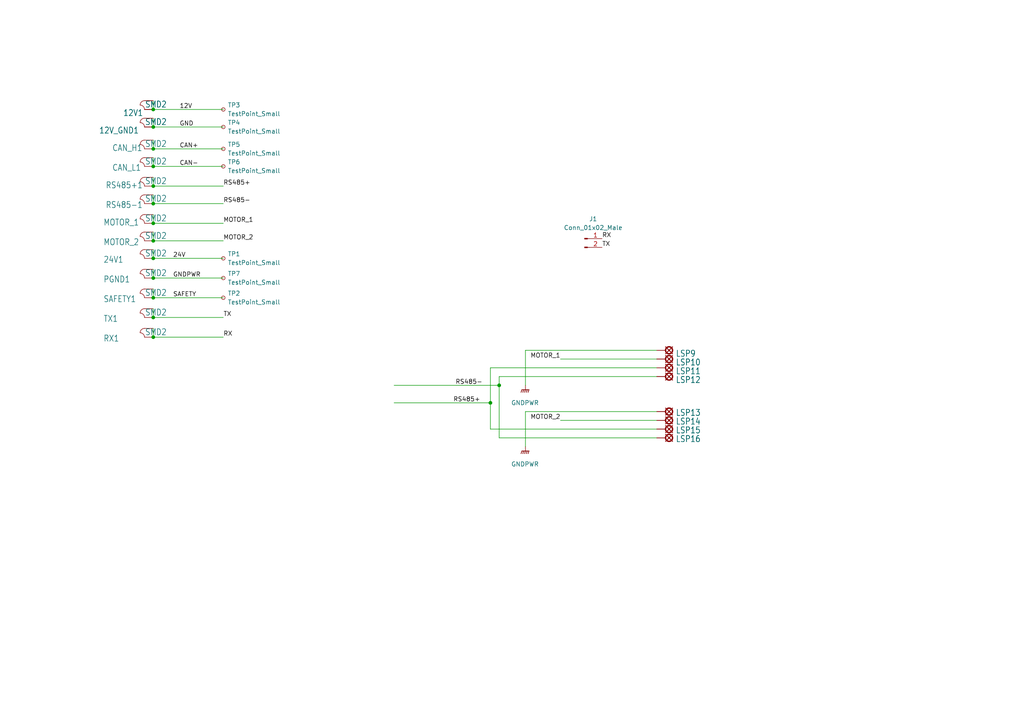
<source format=kicad_sch>
(kicad_sch (version 20210621) (generator eeschema)
  (paper "A4")
  (lib_symbols
    (symbol "Connector:Conn_01x02_Male" (pin_names (offset 1.016) hide)
      (property "Reference" "J" (at 0 2.54 0))
      (property "Value" "Conn_01x02_Male" (at 0 -5.08 0))
      (symbol "Conn_01x02_Male_1_1"
        (polyline (pts (xy 1.27 -2.54) (xy 0.8636 -2.54)) (stroke (width 0.1524)))
        (polyline (pts (xy 1.27 0) (xy 0.8636 0)) (stroke (width 0.1524)))
        (rectangle (start 0.8636 -2.413) (end 0 -2.667) (stroke (width 0.1524)) (fill (type outline)))
        (rectangle (start 0.8636 0.127) (end 0 -0.127) (stroke (width 0.1524)) (fill (type outline)))
        (pin passive line (at 5.08 0 180) (length 3.81) (name "Pin_1") (number "1"))
        (pin passive line (at 5.08 -2.54 180) (length 3.81) (name "Pin_2") (number "2"))
      )
    )
    (symbol "Connector:TestPoint_Small" (pin_numbers hide) (pin_names (offset 0.762) hide)
      (property "Reference" "TP" (at 0 3.81 0))
      (property "Value" "TestPoint_Small" (at 0 2.032 0))
      (symbol "TestPoint_Small_0_1"
        (circle (center 0 0) (radius 0.508))
      )
      (symbol "TestPoint_Small_1_1"
        (pin passive line (at 0 0 90) (length 0) (name "1") (number "1"))
      )
    )
    (symbol "Gripper Connection Board-eagle-import:SE11"
      (property "Reference" "LSP" (at -1.27 2.921 0))
      (symbol "SE11_1_0"
        (polyline (pts (xy -1.016 0) (xy 1.016 2.032)) (stroke (width 0.254)))
        (polyline (pts (xy -1.016 2.032) (xy 1.016 0)) (stroke (width 0.254)))
        (circle (center 0 1.016) (radius 1.016) (stroke (width 0.4064)) (stroke (width 0.4064)))
        (pin passive line (at 0 -2.54 90) (length 2.54) (name "MP") (number "MP"))
      )
    )
    (symbol "Gripper Connection Board-eagle-import:SMD2"
      (property "Reference" "PAD" (at -1.27 0 0))
      (property "Value" "SMD2" (at -7.62 0 0))
      (symbol "SMD2_0_1"
        (arc (start 0 0) (mid 0.898 2.168) (end -1.27 1.27) (stroke (width 0.1524)))
        (arc (start 0 2.54) (mid -0.898 2.168) (end -1.27 1.27) (stroke (width 0.1524)))
      )
      (symbol "SMD2_1_0"
        (pin passive line (at 2.54 0 180) (length 2.54) (name "P") (number "1"))
        (pin passive line (at 2.54 2.54 180) (length 2.54) (name "P") (number "2"))
      )
    )
    (symbol "SMD2_10"
      (property "Reference" "PAD" (at -1.27 0 0))
      (property "Value" "SMD2_10" (at -7.62 0 0))
      (symbol "SMD2_10_0_1"
        (arc (start 0 0) (mid 0.898 2.168) (end -1.27 1.27) (stroke (width 0.1524)))
        (arc (start 0 2.54) (mid -0.898 2.168) (end -1.27 1.27) (stroke (width 0.1524)))
      )
      (symbol "SMD2_10_1_0"
        (pin passive line (at 2.54 0 180) (length 2.54) (name "P") (number "1"))
        (pin passive line (at 2.54 2.54 180) (length 2.54) (name "P") (number "2"))
      )
    )
    (symbol "SMD2_11"
      (property "Reference" "PAD" (at -1.27 0 0))
      (property "Value" "SMD2_11" (at -7.62 0 0))
      (symbol "SMD2_11_0_1"
        (arc (start 0 0) (mid 0.898 2.168) (end -1.27 1.27) (stroke (width 0.1524)))
        (arc (start 0 2.54) (mid -0.898 2.168) (end -1.27 1.27) (stroke (width 0.1524)))
      )
      (symbol "SMD2_11_1_0"
        (pin passive line (at 2.54 0 180) (length 2.54) (name "P") (number "1"))
        (pin passive line (at 2.54 2.54 180) (length 2.54) (name "P") (number "2"))
      )
    )
    (symbol "SMD2_12"
      (property "Reference" "PAD" (at -1.27 0 0))
      (property "Value" "SMD2_12" (at -7.62 0 0))
      (symbol "SMD2_12_0_1"
        (arc (start 0 0) (mid 0.898 2.168) (end -1.27 1.27) (stroke (width 0.1524)))
        (arc (start 0 2.54) (mid -0.898 2.168) (end -1.27 1.27) (stroke (width 0.1524)))
      )
      (symbol "SMD2_12_1_0"
        (pin passive line (at 2.54 0 180) (length 2.54) (name "P") (number "1"))
        (pin passive line (at 2.54 2.54 180) (length 2.54) (name "P") (number "2"))
      )
    )
    (symbol "SMD2_2"
      (property "Reference" "PAD" (at -1.27 0 0))
      (property "Value" "SMD2_2" (at -7.62 0 0))
      (symbol "SMD2_2_0_1"
        (arc (start 0 0) (mid 0.898 2.168) (end -1.27 1.27) (stroke (width 0.1524)))
        (arc (start 0 2.54) (mid -0.898 2.168) (end -1.27 1.27) (stroke (width 0.1524)))
      )
      (symbol "SMD2_2_1_0"
        (pin passive line (at 2.54 0 180) (length 2.54) (name "P") (number "1"))
        (pin passive line (at 2.54 2.54 180) (length 2.54) (name "P") (number "2"))
      )
    )
    (symbol "SMD2_3"
      (property "Reference" "PAD" (at -1.27 0 0))
      (property "Value" "SMD2_3" (at -7.62 0 0))
      (symbol "SMD2_3_0_1"
        (arc (start 0 0) (mid 0.898 2.168) (end -1.27 1.27) (stroke (width 0.1524)))
        (arc (start 0 2.54) (mid -0.898 2.168) (end -1.27 1.27) (stroke (width 0.1524)))
      )
      (symbol "SMD2_3_1_0"
        (pin passive line (at 2.54 0 180) (length 2.54) (name "P") (number "1"))
        (pin passive line (at 2.54 2.54 180) (length 2.54) (name "P") (number "2"))
      )
    )
    (symbol "SMD2_4"
      (property "Reference" "PAD" (at -1.27 0 0))
      (property "Value" "SMD2_4" (at -7.62 0 0))
      (symbol "SMD2_4_0_1"
        (arc (start 0 0) (mid 0.898 2.168) (end -1.27 1.27) (stroke (width 0.1524)))
        (arc (start 0 2.54) (mid -0.898 2.168) (end -1.27 1.27) (stroke (width 0.1524)))
      )
      (symbol "SMD2_4_1_0"
        (pin passive line (at 2.54 0 180) (length 2.54) (name "P") (number "1"))
        (pin passive line (at 2.54 2.54 180) (length 2.54) (name "P") (number "2"))
      )
    )
    (symbol "SMD2_5"
      (property "Reference" "PAD" (at -1.27 0 0))
      (property "Value" "SMD2_5" (at -7.62 0 0))
      (symbol "SMD2_5_0_1"
        (arc (start 0 0) (mid 0.898 2.168) (end -1.27 1.27) (stroke (width 0.1524)))
        (arc (start 0 2.54) (mid -0.898 2.168) (end -1.27 1.27) (stroke (width 0.1524)))
      )
      (symbol "SMD2_5_1_0"
        (pin passive line (at 2.54 0 180) (length 2.54) (name "P") (number "1"))
        (pin passive line (at 2.54 2.54 180) (length 2.54) (name "P") (number "2"))
      )
    )
    (symbol "SMD2_6"
      (property "Reference" "PAD" (at -1.27 0 0))
      (property "Value" "SMD2_6" (at -7.62 0 0))
      (symbol "SMD2_6_0_1"
        (arc (start 0 0) (mid 0.898 2.168) (end -1.27 1.27) (stroke (width 0.1524)))
        (arc (start 0 2.54) (mid -0.898 2.168) (end -1.27 1.27) (stroke (width 0.1524)))
      )
      (symbol "SMD2_6_1_0"
        (pin passive line (at 2.54 0 180) (length 2.54) (name "P") (number "1"))
        (pin passive line (at 2.54 2.54 180) (length 2.54) (name "P") (number "2"))
      )
    )
    (symbol "SMD2_7"
      (property "Reference" "PAD" (at -1.27 0 0))
      (property "Value" "SMD2_7" (at -7.62 0 0))
      (symbol "SMD2_7_0_1"
        (arc (start 0 0) (mid 0.898 2.168) (end -1.27 1.27) (stroke (width 0.1524)))
        (arc (start 0 2.54) (mid -0.898 2.168) (end -1.27 1.27) (stroke (width 0.1524)))
      )
      (symbol "SMD2_7_1_0"
        (pin passive line (at 2.54 0 180) (length 2.54) (name "P") (number "1"))
        (pin passive line (at 2.54 2.54 180) (length 2.54) (name "P") (number "2"))
      )
    )
    (symbol "SMD2_8"
      (property "Reference" "PAD" (at -1.27 0 0))
      (property "Value" "SMD2_8" (at -7.62 0 0))
      (symbol "SMD2_8_0_1"
        (arc (start 0 0) (mid 0.898 2.168) (end -1.27 1.27) (stroke (width 0.1524)))
        (arc (start 0 2.54) (mid -0.898 2.168) (end -1.27 1.27) (stroke (width 0.1524)))
      )
      (symbol "SMD2_8_1_0"
        (pin passive line (at 2.54 0 180) (length 2.54) (name "P") (number "1"))
        (pin passive line (at 2.54 2.54 180) (length 2.54) (name "P") (number "2"))
      )
    )
    (symbol "SMD2_9"
      (property "Reference" "PAD" (at -1.27 0 0))
      (property "Value" "SMD2_9" (at -7.62 0 0))
      (symbol "SMD2_9_0_1"
        (arc (start 0 0) (mid 0.898 2.168) (end -1.27 1.27) (stroke (width 0.1524)))
        (arc (start 0 2.54) (mid -0.898 2.168) (end -1.27 1.27) (stroke (width 0.1524)))
      )
      (symbol "SMD2_9_1_0"
        (pin passive line (at 2.54 0 180) (length 2.54) (name "P") (number "1"))
        (pin passive line (at 2.54 2.54 180) (length 2.54) (name "P") (number "2"))
      )
    )
    (symbol "power:GNDPWR" (power) (pin_names (offset 0))
      (property "Value" "GNDPWR" (at 0 -3.302 0))
      (symbol "GNDPWR_0_1"
        (polyline (pts (xy 0 -1.27) (xy 0 0)))
        (polyline (pts (xy -1.016 -1.27) (xy -1.27 -2.032) (xy -1.27 -2.032)) (stroke (width 0.2032)))
        (polyline (pts (xy -0.508 -1.27) (xy -0.762 -2.032) (xy -0.762 -2.032)) (stroke (width 0.2032)))
        (polyline (pts (xy 0 -1.27) (xy -0.254 -2.032) (xy -0.254 -2.032)) (stroke (width 0.2032)))
        (polyline (pts (xy 0.508 -1.27) (xy 0.254 -2.032) (xy 0.254 -2.032)) (stroke (width 0.2032)))
        (polyline (pts (xy 1.016 -1.27) (xy -1.016 -1.27) (xy -1.016 -1.27)) (stroke (width 0.2032)))
        (polyline (pts (xy 1.016 -1.27) (xy 0.762 -2.032) (xy 0.762 -2.032) (xy 0.762 -2.032)) (stroke (width 0.2032)))
      )
      (symbol "GNDPWR_1_1"
        (pin power_in line (at 0 0 270) (length 0) hide (name "GNDPWR") (number "1"))
      )
    )
  )
  (junction (at 44.45 31.75))
  (junction (at 44.45 36.83))
  (junction (at 44.45 43.18))
  (junction (at 44.45 48.26))
  (junction (at 44.45 53.975))
  (junction (at 44.45 59.055))
  (junction (at 44.45 64.77))
  (junction (at 44.45 69.85))
  (junction (at 44.45 74.93))
  (junction (at 44.45 80.645))
  (junction (at 44.45 86.36))
  (junction (at 44.45 92.075))
  (junction (at 44.45 97.79))
  (junction (at 142.24 116.84))
  (junction (at 144.78 111.76))
  (wire (pts (xy 44.45 29.21) (xy 44.45 31.75)))
  (wire (pts (xy 44.45 31.75) (xy 64.77 31.75)))
  (wire (pts (xy 44.45 34.29) (xy 44.45 36.83)))
  (wire (pts (xy 44.45 36.83) (xy 64.77 36.83)))
  (wire (pts (xy 44.45 40.64) (xy 44.45 43.18)))
  (wire (pts (xy 44.45 43.18) (xy 64.77 43.18)))
  (wire (pts (xy 44.45 45.72) (xy 44.45 48.26)))
  (wire (pts (xy 44.45 48.26) (xy 64.77 48.26)))
  (wire (pts (xy 44.45 51.435) (xy 44.45 53.975)))
  (wire (pts (xy 44.45 53.975) (xy 64.77 53.975)))
  (wire (pts (xy 44.45 56.515) (xy 44.45 59.055)))
  (wire (pts (xy 44.45 59.055) (xy 64.77 59.055)))
  (wire (pts (xy 44.45 62.23) (xy 44.45 64.77)))
  (wire (pts (xy 44.45 64.77) (xy 64.77 64.77)))
  (wire (pts (xy 44.45 67.31) (xy 44.45 69.85)))
  (wire (pts (xy 44.45 69.85) (xy 64.77 69.85)))
  (wire (pts (xy 44.45 72.39) (xy 44.45 74.93)))
  (wire (pts (xy 44.45 74.93) (xy 64.77 74.93)))
  (wire (pts (xy 44.45 78.105) (xy 44.45 80.645)))
  (wire (pts (xy 44.45 80.645) (xy 64.77 80.645)))
  (wire (pts (xy 44.45 83.82) (xy 44.45 86.36)))
  (wire (pts (xy 44.45 86.36) (xy 64.7624 86.36)))
  (wire (pts (xy 44.45 89.535) (xy 44.45 92.075)))
  (wire (pts (xy 44.45 92.075) (xy 64.77 92.075)))
  (wire (pts (xy 44.45 95.25) (xy 44.45 97.79)))
  (wire (pts (xy 44.45 97.79) (xy 64.77 97.79)))
  (wire (pts (xy 114.3 111.76) (xy 144.78 111.76)))
  (wire (pts (xy 114.3 116.84) (xy 142.24 116.84)))
  (wire (pts (xy 142.24 106.68) (xy 190.5 106.68)))
  (wire (pts (xy 142.24 116.84) (xy 142.24 106.68)))
  (wire (pts (xy 142.24 116.84) (xy 142.24 124.46)))
  (wire (pts (xy 142.24 124.46) (xy 190.5 124.46)))
  (wire (pts (xy 144.78 109.22) (xy 190.5 109.22)))
  (wire (pts (xy 144.78 111.76) (xy 144.78 109.22)))
  (wire (pts (xy 144.78 111.76) (xy 144.78 127)))
  (wire (pts (xy 144.78 127) (xy 190.5 127)))
  (wire (pts (xy 152.4 101.6) (xy 190.5 101.6)))
  (wire (pts (xy 152.4 111.76) (xy 152.4 101.6)))
  (wire (pts (xy 152.4 119.38) (xy 152.4 129.54)))
  (wire (pts (xy 152.4 119.38) (xy 190.5 119.38)))
  (wire (pts (xy 162.56 104.14) (xy 190.5 104.14)))
  (wire (pts (xy 162.56 121.92) (xy 190.5 121.92)))
  (label "24V" (at 50.165 74.93 0))
  (label "GNDPWR" (at 50.165 80.645 0))
  (label "SAFETY" (at 50.165 86.36 0))
  (label "12V" (at 52.07 31.75 0))
  (label "GND" (at 52.07 36.83 0))
  (label "CAN+" (at 52.07 43.18 0))
  (label "CAN-" (at 52.07 48.26 0))
  (label "RS485+" (at 64.77 53.975 0))
  (label "RS485-" (at 64.77 59.055 0))
  (label "MOTOR_1" (at 64.77 64.77 0))
  (label "MOTOR_2" (at 64.77 69.85 0))
  (label "TX" (at 64.77 92.075 0))
  (label "RX" (at 64.77 97.79 0))
  (label "RS485+" (at 131.445 116.84 0))
  (label "RS485-" (at 132.08 111.76 0))
  (label "MOTOR_1" (at 162.56 104.14 180))
  (label "MOTOR_2" (at 162.56 121.92 180))
  (label "RX" (at 174.625 69.215 0))
  (label "TX" (at 174.625 71.755 0))
  (symbol (lib_id "Connector:TestPoint_Small") (at 64.7624 86.36 0) (unit 1)
    (property "Reference" "TP2" (at 66.0324 85.0899 0) (effects (justify left)))
    (property "Value" "TestPoint_Small" (at 66.0324 87.6299 0) (effects (justify left)))
    (property "Footprint" "footprints:TestPoint_Pad_1.0x1.0mm" (effects hide))
  )
  (symbol (lib_id "Connector:TestPoint_Small") (at 64.77 31.75 0) (unit 1)
    (property "Reference" "TP3" (at 66.04 30.4799 0) (effects (justify left)))
    (property "Value" "TestPoint_Small" (at 66.04 33.0199 0) (effects (justify left)))
    (property "Footprint" "footprints:TestPoint_Pad_1.0x1.0mm" (effects hide))
  )
  (symbol (lib_id "Connector:TestPoint_Small") (at 64.77 36.83 0) (unit 1)
    (property "Reference" "TP4" (at 66.04 35.5599 0) (effects (justify left)))
    (property "Value" "TestPoint_Small" (at 66.04 38.0999 0) (effects (justify left)))
    (property "Footprint" "footprints:TestPoint_Pad_1.0x1.0mm" (effects hide))
  )
  (symbol (lib_id "Connector:TestPoint_Small") (at 64.77 43.18 0) (unit 1)
    (property "Reference" "TP5" (at 66.04 41.9099 0) (effects (justify left)))
    (property "Value" "TestPoint_Small" (at 66.04 44.4499 0) (effects (justify left)))
    (property "Footprint" "footprints:TestPoint_Pad_1.0x1.0mm" (effects hide))
  )
  (symbol (lib_id "Connector:TestPoint_Small") (at 64.77 48.26 0) (unit 1)
    (property "Reference" "TP6" (at 66.04 46.9899 0) (effects (justify left)))
    (property "Value" "TestPoint_Small" (at 66.04 49.5299 0) (effects (justify left)))
    (property "Footprint" "footprints:TestPoint_Pad_1.0x1.0mm" (effects hide))
  )
  (symbol (lib_id "Connector:TestPoint_Small") (at 64.77 74.93 0) (unit 1)
    (property "Reference" "TP1" (at 66.04 73.6599 0) (effects (justify left)))
    (property "Value" "TestPoint_Small" (at 66.04 76.1999 0) (effects (justify left)))
    (property "Footprint" "footprints:TestPoint_Pad_1.0x1.0mm" (effects hide))
  )
  (symbol (lib_id "Connector:TestPoint_Small") (at 64.77 80.645 0) (unit 1)
    (property "Reference" "TP7" (at 66.04 79.3749 0) (effects (justify left)))
    (property "Value" "TestPoint_Small" (at 66.04 81.9149 0) (effects (justify left)))
    (property "Footprint" "footprints:TestPoint_Pad_1.0x1.0mm" (effects hide))
  )
  (symbol (lib_id "power:GNDPWR") (at 152.4 111.76 0) (unit 1)
    (property "Reference" "#PWR0102" (effects hide))
    (property "Value" "GNDPWR" (at 152.273 116.84 0))
  )
  (symbol (lib_id "power:GNDPWR") (at 152.4 129.54 0) (unit 1)
    (property "Reference" "#PWR0101" (effects hide))
    (property "Value" "GNDPWR" (at 152.273 134.62 0))
  )
  (symbol (lib_id "Gripper Connection Board-eagle-import:SE11") (at 193.04 101.6 270) (unit 1)
    (property "Reference" "LSP9" (at 195.961 103.505 90) (effects (font (size 1.778 1.5113)) (justify left bottom)))
    (property "Value" "SE11" (effects hide))
    (property "Footprint" "Gripper Connection Board:SE11" (effects hide))
  )
  (symbol (lib_id "Gripper Connection Board-eagle-import:SE11") (at 193.04 104.14 270) (unit 1)
    (property "Reference" "LSP10" (at 195.961 106.045 90) (effects (font (size 1.778 1.5113)) (justify left bottom)))
    (property "Value" "SE11" (effects hide))
    (property "Footprint" "Gripper Connection Board:SE11" (effects hide))
  )
  (symbol (lib_id "Gripper Connection Board-eagle-import:SE11") (at 193.04 106.68 270) (unit 1)
    (property "Reference" "LSP11" (at 195.961 108.585 90) (effects (font (size 1.778 1.5113)) (justify left bottom)))
    (property "Value" "SE11" (effects hide))
    (property "Footprint" "Gripper Connection Board:SE11" (effects hide))
  )
  (symbol (lib_id "Gripper Connection Board-eagle-import:SE11") (at 193.04 109.22 270) (unit 1)
    (property "Reference" "LSP12" (at 195.961 111.125 90) (effects (font (size 1.778 1.5113)) (justify left bottom)))
    (property "Value" "SE11" (effects hide))
    (property "Footprint" "Gripper Connection Board:SE11" (effects hide))
  )
  (symbol (lib_id "Gripper Connection Board-eagle-import:SE11") (at 193.04 119.38 270) (unit 1)
    (property "Reference" "LSP13" (at 195.961 120.65 90) (effects (font (size 1.778 1.5113)) (justify left bottom)))
    (property "Value" "SE11" (effects hide))
    (property "Footprint" "Gripper Connection Board:SE11" (effects hide))
  )
  (symbol (lib_id "Gripper Connection Board-eagle-import:SE11") (at 193.04 121.92 270) (unit 1)
    (property "Reference" "LSP14" (at 195.961 123.19 90) (effects (font (size 1.778 1.5113)) (justify left bottom)))
    (property "Value" "SE11" (effects hide))
    (property "Footprint" "Gripper Connection Board:SE11" (effects hide))
  )
  (symbol (lib_id "Gripper Connection Board-eagle-import:SE11") (at 193.04 124.46 270) (unit 1)
    (property "Reference" "LSP15" (at 195.961 125.73 90) (effects (font (size 1.778 1.5113)) (justify left bottom)))
    (property "Value" "SE11" (effects hide))
    (property "Footprint" "Gripper Connection Board:SE11" (effects hide))
  )
  (symbol (lib_id "Gripper Connection Board-eagle-import:SE11") (at 193.04 127 270) (unit 1)
    (property "Reference" "LSP16" (at 195.961 128.27 90) (effects (font (size 1.778 1.5113)) (justify left bottom)))
    (property "Value" "SE11" (effects hide))
    (property "Footprint" "Gripper Connection Board:SE11" (effects hide))
  )
  (symbol (lib_id "Gripper Connection Board-eagle-import:SMD2") (at 41.91 31.75 0) (unit 1)
    (property "Reference" "12V1" (at 35.687 33.7058 0) (effects (font (size 1.778 1.5113)) (justify left bottom)))
    (property "Value" "SMD2" (at 42.037 31.242 0) (effects (font (size 1.778 1.5113)) (justify left bottom)))
    (property "Footprint" "Gripper Connection Board:SMD1,27-2,54" (effects hide))
  )
  (symbol (lib_id "Gripper Connection Board-eagle-import:SMD2") (at 41.91 36.83 0) (unit 1)
    (property "Reference" "12V_GND1" (at 28.702 38.7858 0) (effects (font (size 1.778 1.5113)) (justify left bottom)))
    (property "Value" "SMD2" (at 42.037 36.322 0) (effects (font (size 1.778 1.5113)) (justify left bottom)))
    (property "Footprint" "Gripper Connection Board:SMD1,27-2,54" (effects hide))
  )
  (symbol (lib_name "SMD2_11") (lib_id "Gripper Connection Board-eagle-import:SMD2") (at 41.91 43.18 0) (unit 1)
    (property "Reference" "CAN_H1" (at 32.512 43.8658 0) (effects (font (size 1.778 1.5113)) (justify left bottom)))
    (property "Value" "SMD2" (at 42.037 42.672 0) (effects (font (size 1.778 1.5113)) (justify left bottom)))
    (property "Footprint" "Gripper Connection Board:SMD1,27-2,54" (effects hide))
  )
  (symbol (lib_name "SMD2_12") (lib_id "Gripper Connection Board-eagle-import:SMD2") (at 41.91 48.26 0) (unit 1)
    (property "Reference" "CAN_L1" (at 32.512 49.5808 0) (effects (font (size 1.778 1.5113)) (justify left bottom)))
    (property "Value" "SMD2" (at 42.037 47.752 0) (effects (font (size 1.778 1.5113)) (justify left bottom)))
    (property "Footprint" "Gripper Connection Board:SMD1,27-2,54" (effects hide))
  )
  (symbol (lib_name "SMD2_9") (lib_id "Gripper Connection Board-eagle-import:SMD2") (at 41.91 53.975 0) (unit 1)
    (property "Reference" "RS485+1" (at 30.607 54.6608 0) (effects (font (size 1.778 1.5113)) (justify left bottom)))
    (property "Value" "SMD2" (at 42.037 53.467 0) (effects (font (size 1.778 1.5113)) (justify left bottom)))
    (property "Footprint" "Gripper Connection Board:SMD1,27-2,54" (effects hide))
  )
  (symbol (lib_name "SMD2_10") (lib_id "Gripper Connection Board-eagle-import:SMD2") (at 41.91 59.055 0) (unit 1)
    (property "Reference" "RS485-1" (at 30.607 60.3758 0) (effects (font (size 1.778 1.5113)) (justify left bottom)))
    (property "Value" "SMD2" (at 42.037 58.547 0) (effects (font (size 1.778 1.5113)) (justify left bottom)))
    (property "Footprint" "Gripper Connection Board:SMD1,27-2,54" (effects hide))
  )
  (symbol (lib_name "SMD2_7") (lib_id "Gripper Connection Board-eagle-import:SMD2") (at 41.91 64.77 0) (unit 1)
    (property "Reference" "MOTOR_1" (at 29.972 65.4558 0) (effects (font (size 1.778 1.5113)) (justify left bottom)))
    (property "Value" "SMD2" (at 42.037 64.262 0) (effects (font (size 1.778 1.5113)) (justify left bottom)))
    (property "Footprint" "Gripper Connection Board:SMD1,27-2,54" (effects hide))
  )
  (symbol (lib_name "SMD2_8") (lib_id "Gripper Connection Board-eagle-import:SMD2") (at 41.91 69.85 0) (unit 1)
    (property "Reference" "MOTOR_2" (at 29.972 71.1708 0) (effects (font (size 1.778 1.5113)) (justify left bottom)))
    (property "Value" "SMD2" (at 42.037 69.342 0) (effects (font (size 1.778 1.5113)) (justify left bottom)))
    (property "Footprint" "Gripper Connection Board:SMD1,27-2,54" (effects hide))
  )
  (symbol (lib_name "SMD2_2") (lib_id "Gripper Connection Board-eagle-import:SMD2") (at 41.91 74.93 0) (unit 1)
    (property "Reference" "24V1" (at 29.972 76.2508 0) (effects (font (size 1.778 1.5113)) (justify left bottom)))
    (property "Value" "SMD2" (at 42.037 74.422 0) (effects (font (size 1.778 1.5113)) (justify left bottom)))
    (property "Footprint" "Gripper Connection Board:SMD1,27-2,54" (effects hide))
  )
  (symbol (lib_name "SMD2_4") (lib_id "Gripper Connection Board-eagle-import:SMD2") (at 41.91 80.645 0) (unit 1)
    (property "Reference" "PGND1" (at 29.972 81.9658 0) (effects (font (size 1.778 1.5113)) (justify left bottom)))
    (property "Value" "SMD2" (at 42.037 80.137 0) (effects (font (size 1.778 1.5113)) (justify left bottom)))
    (property "Footprint" "Gripper Connection Board:SMD1,27-2,54" (effects hide))
  )
  (symbol (lib_name "SMD2_5") (lib_id "Gripper Connection Board-eagle-import:SMD2") (at 41.91 86.36 0) (unit 1)
    (property "Reference" "SAFETY1" (at 29.972 87.6808 0) (effects (font (size 1.778 1.5113)) (justify left bottom)))
    (property "Value" "SMD2" (at 42.037 85.852 0) (effects (font (size 1.778 1.5113)) (justify left bottom)))
    (property "Footprint" "Gripper Connection Board:SMD1,27-2,54" (effects hide))
  )
  (symbol (lib_name "SMD2_3") (lib_id "Gripper Connection Board-eagle-import:SMD2") (at 41.91 92.075 0) (unit 1)
    (property "Reference" "TX1" (at 29.972 93.3958 0) (effects (font (size 1.778 1.5113)) (justify left bottom)))
    (property "Value" "SMD2" (at 42.037 91.567 0) (effects (font (size 1.778 1.5113)) (justify left bottom)))
    (property "Footprint" "Gripper Connection Board:SMD1,27-2,54" (effects hide))
  )
  (symbol (lib_name "SMD2_6") (lib_id "Gripper Connection Board-eagle-import:SMD2") (at 41.91 97.79 0) (unit 1)
    (property "Reference" "RX1" (at 29.972 99.1108 0) (effects (font (size 1.778 1.5113)) (justify left bottom)))
    (property "Value" "SMD2" (at 42.037 97.282 0) (effects (font (size 1.778 1.5113)) (justify left bottom)))
    (property "Footprint" "Gripper Connection Board:SMD1,27-2,54" (effects hide))
  )
  (symbol (lib_id "Connector:Conn_01x02_Male") (at 169.545 69.215 0) (unit 1)
    (property "Reference" "J1" (at 172.0469 63.5 0))
    (property "Value" "Conn_01x02_Male" (at 172.0469 66.04 0))
    (property "Footprint" "footprints:PinHeader_1x02_P2.54mm_Vertical" (effects hide))
  )
)
</source>
